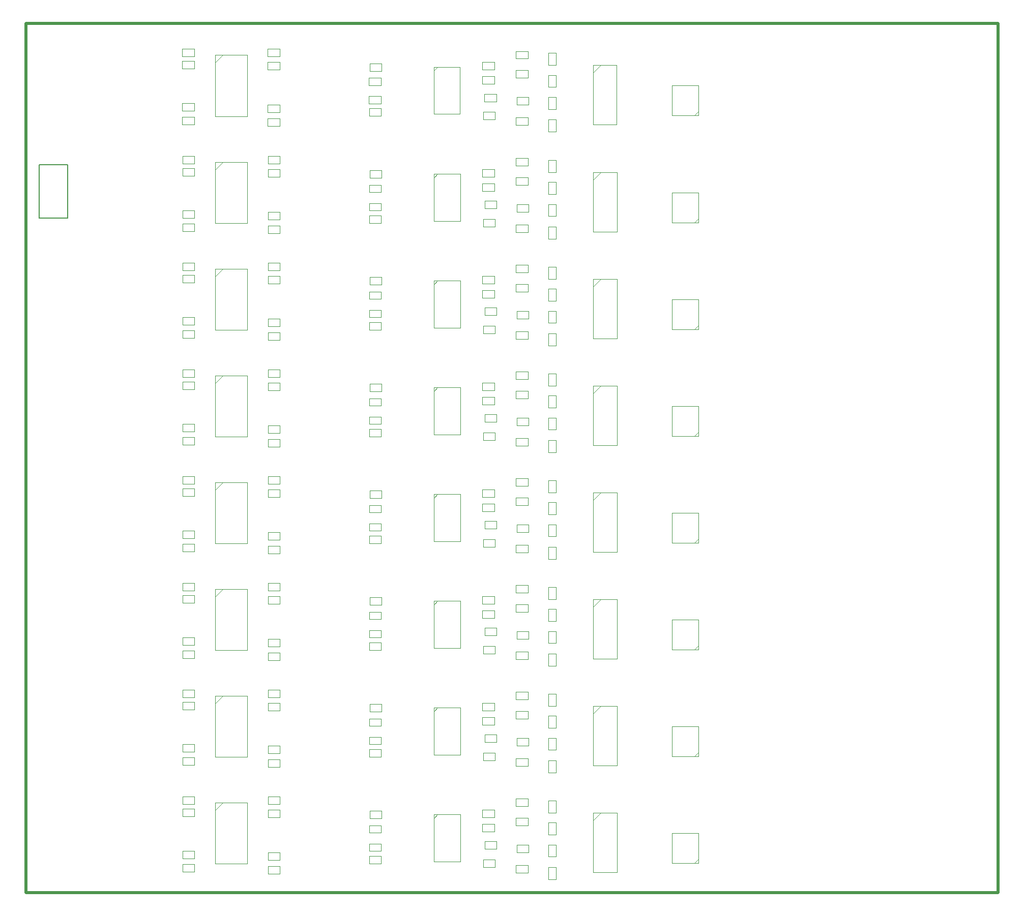
<source format=gbo>
G04*
G04 #@! TF.GenerationSoftware,Altium Limited,Altium Designer,19.0.10 (269)*
G04*
G04 Layer_Color=32896*
%FSLAX23Y23*%
%MOIN*%
G70*
G01*
G75*
%ADD10C,0.008*%
%ADD12C,0.010*%
%ADD13C,0.020*%
%ADD14C,0.004*%
D10*
X1086Y4424D02*
Y4774D01*
Y4424D02*
X1275D01*
Y4774D01*
X1086D02*
X1275D01*
D12*
X7360Y5700D02*
X7370Y5690D01*
D13*
X1000Y0D02*
Y5700D01*
X7370D01*
Y0D02*
Y5700D01*
X1000Y0D02*
X7370D01*
D14*
X4718Y475D02*
X4768Y525D01*
X4718Y135D02*
Y525D01*
Y135D02*
X4872D01*
Y525D01*
X4718D02*
X4872D01*
X5381Y195D02*
X5407Y220D01*
Y195D02*
Y391D01*
X5234D02*
X5407D01*
X5234Y195D02*
Y391D01*
Y195D02*
X5407D01*
X4425Y525D02*
X4475D01*
Y604D01*
X4425D02*
X4475D01*
X4425Y525D02*
Y604D01*
Y459D02*
X4475D01*
X4425Y380D02*
Y459D01*
Y380D02*
X4475D01*
Y459D01*
X4425Y88D02*
X4475D01*
Y167D01*
X4425D02*
X4475D01*
X4425Y88D02*
Y167D01*
Y315D02*
X4475D01*
X4425Y236D02*
Y315D01*
Y236D02*
X4475D01*
Y315D01*
X4718Y1225D02*
X4872D01*
Y835D02*
Y1225D01*
X4718Y835D02*
X4872D01*
X4718D02*
Y1225D01*
Y1175D02*
X4768Y1225D01*
X5381Y895D02*
X5407Y920D01*
Y895D02*
Y1091D01*
X5234D02*
X5407D01*
X5234Y895D02*
Y1091D01*
Y895D02*
X5407D01*
X4425Y1225D02*
X4475D01*
Y1304D01*
X4425D02*
X4475D01*
X4425Y1225D02*
Y1304D01*
Y1159D02*
X4475D01*
X4425Y1080D02*
Y1159D01*
Y1080D02*
X4475D01*
Y1159D01*
X4425Y788D02*
X4475D01*
Y867D01*
X4425D02*
X4475D01*
X4425Y788D02*
Y867D01*
Y1015D02*
X4475D01*
X4425Y936D02*
Y1015D01*
Y936D02*
X4475D01*
Y1015D01*
X4718Y1875D02*
X4768Y1925D01*
X4718Y1535D02*
Y1925D01*
Y1535D02*
X4872D01*
Y1925D01*
X4718D02*
X4872D01*
X5381Y1595D02*
X5407Y1620D01*
Y1595D02*
Y1791D01*
X5234D02*
X5407D01*
X5234Y1595D02*
Y1791D01*
Y1595D02*
X5407D01*
X4425Y1925D02*
X4475D01*
Y2004D01*
X4425D02*
X4475D01*
X4425Y1925D02*
Y2004D01*
Y1859D02*
X4475D01*
X4425Y1780D02*
Y1859D01*
Y1780D02*
X4475D01*
Y1859D01*
X4425Y1488D02*
X4475D01*
Y1567D01*
X4425D02*
X4475D01*
X4425Y1488D02*
Y1567D01*
Y1715D02*
X4475D01*
X4425Y1636D02*
Y1715D01*
Y1636D02*
X4475D01*
Y1715D01*
X4718Y2575D02*
X4768Y2625D01*
X4718Y2235D02*
Y2625D01*
Y2235D02*
X4872D01*
Y2625D01*
X4718D02*
X4872D01*
X5381Y2295D02*
X5407Y2320D01*
Y2295D02*
Y2491D01*
X5234D02*
X5407D01*
X5234Y2295D02*
Y2491D01*
Y2295D02*
X5407D01*
X4425Y2625D02*
X4475D01*
Y2704D01*
X4425D02*
X4475D01*
X4425Y2625D02*
Y2704D01*
Y2559D02*
X4475D01*
X4425Y2480D02*
Y2559D01*
Y2480D02*
X4475D01*
Y2559D01*
X4425Y2188D02*
X4475D01*
Y2267D01*
X4425D02*
X4475D01*
X4425Y2188D02*
Y2267D01*
Y2415D02*
X4475D01*
X4425Y2336D02*
Y2415D01*
Y2336D02*
X4475D01*
Y2415D01*
X4718Y3275D02*
X4768Y3325D01*
X4718Y2935D02*
Y3325D01*
Y2935D02*
X4872D01*
Y3325D01*
X4718D02*
X4872D01*
X5381Y2995D02*
X5407Y3020D01*
Y2995D02*
Y3191D01*
X5234D02*
X5407D01*
X5234Y2995D02*
Y3191D01*
Y2995D02*
X5407D01*
X4425Y3325D02*
X4475D01*
Y3404D01*
X4425D02*
X4475D01*
X4425Y3325D02*
Y3404D01*
Y3259D02*
X4475D01*
X4425Y3180D02*
Y3259D01*
Y3180D02*
X4475D01*
Y3259D01*
X4425Y2888D02*
X4475D01*
Y2967D01*
X4425D02*
X4475D01*
X4425Y2888D02*
Y2967D01*
Y3115D02*
X4475D01*
X4425Y3036D02*
Y3115D01*
Y3036D02*
X4475D01*
Y3115D01*
X4718Y3975D02*
X4768Y4025D01*
X4718Y3635D02*
Y4025D01*
Y3635D02*
X4872D01*
Y4025D01*
X4718D02*
X4872D01*
X5381Y3695D02*
X5407Y3720D01*
Y3695D02*
Y3891D01*
X5234D02*
X5407D01*
X5234Y3695D02*
Y3891D01*
Y3695D02*
X5407D01*
X4425Y4025D02*
X4475D01*
Y4104D01*
X4425D02*
X4475D01*
X4425Y4025D02*
Y4104D01*
Y3959D02*
X4475D01*
X4425Y3880D02*
Y3959D01*
Y3880D02*
X4475D01*
Y3959D01*
X4425Y3588D02*
X4475D01*
Y3667D01*
X4425D02*
X4475D01*
X4425Y3588D02*
Y3667D01*
Y3815D02*
X4475D01*
X4425Y3736D02*
Y3815D01*
Y3736D02*
X4475D01*
Y3815D01*
X4718Y4675D02*
X4768Y4725D01*
X4718Y4335D02*
Y4725D01*
Y4335D02*
X4872D01*
Y4725D01*
X4718D02*
X4872D01*
X5381Y4395D02*
X5407Y4420D01*
Y4395D02*
Y4591D01*
X5234D02*
X5407D01*
X5234Y4395D02*
Y4591D01*
Y4395D02*
X5407D01*
X4425Y4725D02*
X4475D01*
Y4804D01*
X4425D02*
X4475D01*
X4425Y4725D02*
Y4804D01*
Y4659D02*
X4475D01*
X4425Y4580D02*
Y4659D01*
Y4580D02*
X4475D01*
Y4659D01*
X4425Y4288D02*
X4475D01*
Y4367D01*
X4425D02*
X4475D01*
X4425Y4288D02*
Y4367D01*
Y4515D02*
X4475D01*
X4425Y4436D02*
Y4515D01*
Y4436D02*
X4475D01*
Y4515D01*
X5381Y5097D02*
X5407Y5122D01*
Y5097D02*
Y5293D01*
X5233D02*
X5407D01*
X5233Y5097D02*
Y5293D01*
Y5097D02*
X5407D01*
X4718Y5377D02*
X4768Y5427D01*
X4718Y5037D02*
Y5427D01*
Y5037D02*
X4871D01*
Y5427D01*
X4718D02*
X4871D01*
X4425Y4990D02*
X4474D01*
Y5069D01*
X4425D02*
X4474D01*
X4425Y4990D02*
Y5069D01*
Y5217D02*
X4474D01*
X4425Y5138D02*
Y5217D01*
Y5138D02*
X4474D01*
Y5217D01*
X4425Y5427D02*
X4474D01*
Y5506D01*
X4425D02*
X4474D01*
X4425Y5427D02*
Y5506D01*
Y5361D02*
X4474D01*
X4425Y5282D02*
Y5361D01*
Y5282D02*
X4474D01*
Y5361D01*
X2586Y3380D02*
Y3430D01*
Y3380D02*
X2664D01*
Y3430D01*
X2586D02*
X2664D01*
X2586Y825D02*
Y875D01*
Y825D02*
X2664D01*
Y875D01*
X2586D02*
X2664D01*
X2586Y1280D02*
Y1330D01*
Y1280D02*
X2664D01*
Y1330D01*
X2586D02*
X2664D01*
X2585Y5027D02*
Y5077D01*
Y5027D02*
X2664D01*
Y5077D01*
X2585D02*
X2664D01*
X2586Y2680D02*
Y2730D01*
Y2680D02*
X2664D01*
Y2730D01*
X2586D02*
X2664D01*
X2586Y2925D02*
Y2975D01*
Y2925D02*
X2664D01*
Y2975D01*
X2586D02*
X2664D01*
X2586Y2225D02*
Y2275D01*
Y2225D02*
X2664D01*
Y2275D01*
X2586D02*
X2664D01*
X2586Y4080D02*
Y4130D01*
Y4080D02*
X2664D01*
Y4130D01*
X2586D02*
X2664D01*
X2586Y125D02*
Y175D01*
Y125D02*
X2664D01*
Y175D01*
X2586D02*
X2664D01*
X2586Y4780D02*
Y4830D01*
Y4780D02*
X2664D01*
Y4830D01*
X2586D02*
X2664D01*
X2585Y5482D02*
Y5532D01*
Y5482D02*
X2664D01*
Y5532D01*
X2585D02*
X2664D01*
X2586Y4325D02*
Y4375D01*
Y4325D02*
X2664D01*
Y4375D01*
X2586D02*
X2664D01*
X2586Y1980D02*
Y2030D01*
Y1980D02*
X2664D01*
Y2030D01*
X2586D02*
X2664D01*
X2586Y3625D02*
Y3675D01*
Y3625D02*
X2664D01*
Y3675D01*
X2586D02*
X2664D01*
X2586Y580D02*
Y630D01*
Y580D02*
X2664D01*
Y630D01*
X2586D02*
X2664D01*
X2586Y1525D02*
Y1575D01*
Y1525D02*
X2664D01*
Y1575D01*
X2586D02*
X2664D01*
X4294Y5167D02*
Y5217D01*
X4216D02*
X4294D01*
X4216Y5167D02*
Y5217D01*
Y5167D02*
X4294D01*
X4295Y265D02*
Y315D01*
X4216D02*
X4295D01*
X4216Y265D02*
Y315D01*
Y265D02*
X4295D01*
X4289Y830D02*
Y880D01*
X4211D02*
X4289D01*
X4211Y830D02*
Y880D01*
Y830D02*
X4289D01*
X3249Y4441D02*
X3328D01*
Y4391D02*
Y4441D01*
X3249Y4391D02*
X3328D01*
X3249D02*
Y4441D01*
X4211Y1841D02*
Y1890D01*
Y1841D02*
X4289D01*
Y1890D01*
X4211D02*
X4289D01*
X3996Y4418D02*
X4075D01*
Y4368D02*
Y4418D01*
X3996Y4368D02*
X4075D01*
X3996D02*
Y4418D01*
X4289Y130D02*
Y180D01*
X4211D02*
X4289D01*
X4211Y130D02*
Y180D01*
Y130D02*
X4289D01*
X3996Y3718D02*
X4075D01*
Y3668D02*
Y3718D01*
X3996Y3668D02*
X4075D01*
X3996D02*
Y3718D01*
X4295Y965D02*
Y1015D01*
X4216D02*
X4295D01*
X4216Y965D02*
Y1015D01*
Y965D02*
X4295D01*
X3249Y3741D02*
X3328D01*
Y3691D02*
Y3741D01*
X3249Y3691D02*
X3328D01*
X3249D02*
Y3741D01*
X4211Y567D02*
Y616D01*
Y567D02*
X4289D01*
Y616D01*
X4211D02*
X4289D01*
X3249Y1641D02*
X3328D01*
Y1591D02*
Y1641D01*
X3249Y1591D02*
X3328D01*
X3249D02*
Y1641D01*
X4295Y3065D02*
Y3115D01*
X4216D02*
X4295D01*
X4216Y3065D02*
Y3115D01*
Y3065D02*
X4295D01*
Y3765D02*
Y3815D01*
X4216D02*
X4295D01*
X4216Y3765D02*
Y3815D01*
Y3765D02*
X4295D01*
X4289Y1530D02*
Y1580D01*
X4211D02*
X4289D01*
X4211Y1530D02*
Y1580D01*
Y1530D02*
X4289D01*
X4295Y4465D02*
Y4515D01*
X4216D02*
X4295D01*
X4216Y4465D02*
Y4515D01*
Y4465D02*
X4295D01*
X3249Y2341D02*
X3328D01*
Y2291D02*
Y2341D01*
X3249Y2291D02*
X3328D01*
X3249D02*
Y2341D01*
X4211Y4767D02*
Y4816D01*
Y4767D02*
X4289D01*
Y4816D01*
X4211D02*
X4289D01*
X3996Y5120D02*
X4074D01*
Y5070D02*
Y5120D01*
X3996Y5070D02*
X4074D01*
X3996D02*
Y5120D01*
X3996Y2318D02*
X4075D01*
Y2268D02*
Y2318D01*
X3996Y2268D02*
X4075D01*
X3996D02*
Y2318D01*
X4006Y3136D02*
X4084D01*
Y3086D02*
Y3136D01*
X4006Y3086D02*
X4084D01*
X4006D02*
Y3136D01*
X3249Y3041D02*
X3328D01*
Y2991D02*
Y3041D01*
X3249Y2991D02*
X3328D01*
X3249D02*
Y3041D01*
X4211Y1141D02*
Y1190D01*
Y1141D02*
X4289D01*
Y1190D01*
X4211D02*
X4289D01*
X4211Y2541D02*
Y2590D01*
Y2541D02*
X4289D01*
Y2590D01*
X4211D02*
X4289D01*
X3996Y3018D02*
X4075D01*
Y2968D02*
Y3018D01*
X3996Y2968D02*
X4075D01*
X3996D02*
Y3018D01*
X3249Y941D02*
X3328D01*
Y891D02*
Y941D01*
X3249Y891D02*
X3328D01*
X3249D02*
Y941D01*
X4295Y1665D02*
Y1715D01*
X4216D02*
X4295D01*
X4216Y1665D02*
Y1715D01*
Y1665D02*
X4295D01*
X4006Y2436D02*
X4084D01*
Y2386D02*
Y2436D01*
X4006Y2386D02*
X4084D01*
X4006D02*
Y2436D01*
X4211Y1967D02*
Y2016D01*
Y1967D02*
X4289D01*
Y2016D01*
X4211D02*
X4289D01*
X3249Y241D02*
X3328D01*
Y191D02*
Y241D01*
X3249Y191D02*
X3328D01*
X3249D02*
Y241D01*
X4211Y441D02*
Y490D01*
Y441D02*
X4289D01*
Y490D01*
X4211D02*
X4289D01*
X4210Y5469D02*
Y5518D01*
Y5469D02*
X4289D01*
Y5518D01*
X4210D02*
X4289D01*
X4211Y1267D02*
Y1316D01*
Y1267D02*
X4289D01*
Y1316D01*
X4211D02*
X4289D01*
X4005Y5238D02*
X4084D01*
Y5188D02*
Y5238D01*
X4005Y5188D02*
X4084D01*
X4005D02*
Y5238D01*
X3996Y1618D02*
X4075D01*
Y1568D02*
Y1618D01*
X3996Y1568D02*
X4075D01*
X3996D02*
Y1618D01*
X4289Y4330D02*
Y4380D01*
X4211D02*
X4289D01*
X4211Y4330D02*
Y4380D01*
Y4330D02*
X4289D01*
Y3630D02*
Y3680D01*
X4211D02*
X4289D01*
X4211Y3630D02*
Y3680D01*
Y3630D02*
X4289D01*
X3996Y918D02*
X4075D01*
Y868D02*
Y918D01*
X3996Y868D02*
X4075D01*
X3996D02*
Y918D01*
X4289Y2230D02*
Y2280D01*
X4211D02*
X4289D01*
X4211Y2230D02*
Y2280D01*
Y2230D02*
X4289D01*
X4295Y2365D02*
Y2415D01*
X4216D02*
X4295D01*
X4216Y2365D02*
Y2415D01*
Y2365D02*
X4295D01*
X4211Y4641D02*
Y4690D01*
Y4641D02*
X4289D01*
Y4690D01*
X4211D02*
X4289D01*
X4210Y5343D02*
Y5392D01*
Y5343D02*
X4289D01*
Y5392D01*
X4210D02*
X4289D01*
X4289Y2930D02*
Y2980D01*
X4211D02*
X4289D01*
X4211Y2930D02*
Y2980D01*
Y2930D02*
X4289D01*
X4289Y5032D02*
Y5082D01*
X4210D02*
X4289D01*
X4210Y5032D02*
Y5082D01*
Y5032D02*
X4289D01*
X4006Y3836D02*
X4084D01*
Y3786D02*
Y3836D01*
X4006Y3786D02*
X4084D01*
X4006D02*
Y3836D01*
Y1736D02*
X4084D01*
Y1686D02*
Y1736D01*
X4006Y1686D02*
X4084D01*
X4006D02*
Y1736D01*
X4211Y3367D02*
Y3416D01*
Y3367D02*
X4289D01*
Y3416D01*
X4211D02*
X4289D01*
X4211Y4067D02*
Y4116D01*
Y4067D02*
X4289D01*
Y4116D01*
X4211D02*
X4289D01*
X4211Y3241D02*
Y3290D01*
Y3241D02*
X4289D01*
Y3290D01*
X4211D02*
X4289D01*
X3249Y5143D02*
X3328D01*
Y5093D02*
Y5143D01*
X3249Y5093D02*
X3328D01*
X3249D02*
Y5143D01*
X4006Y4536D02*
X4084D01*
Y4486D02*
Y4536D01*
X4006Y4486D02*
X4084D01*
X4006D02*
Y4536D01*
X4211Y3941D02*
Y3990D01*
Y3941D02*
X4289D01*
Y3990D01*
X4211D02*
X4289D01*
X4006Y1036D02*
X4084D01*
Y986D02*
Y1036D01*
X4006Y986D02*
X4084D01*
X4006D02*
Y1036D01*
X4211Y2667D02*
Y2716D01*
Y2667D02*
X4289D01*
Y2716D01*
X4211D02*
X4289D01*
X3996Y218D02*
X4075D01*
Y168D02*
Y218D01*
X3996Y168D02*
X4075D01*
X3996D02*
Y218D01*
X2104Y4780D02*
Y4830D01*
X2026D02*
X2104D01*
X2026Y4780D02*
Y4830D01*
Y4780D02*
X2104D01*
X2241Y4741D02*
X2291Y4791D01*
X2241Y4389D02*
Y4791D01*
Y4389D02*
X2450D01*
Y4791D01*
X2241D02*
X2450D01*
X2026Y836D02*
Y886D01*
Y836D02*
X2104D01*
Y886D01*
X2026D02*
X2104D01*
X2026Y2236D02*
Y2286D01*
Y2236D02*
X2104D01*
Y2286D01*
X2026D02*
X2104D01*
X2241Y2641D02*
X2291Y2691D01*
X2241Y2289D02*
Y2691D01*
Y2289D02*
X2450D01*
Y2691D01*
X2241D02*
X2450D01*
X2241Y3341D02*
X2291Y3391D01*
X2241Y2989D02*
Y3391D01*
Y2989D02*
X2450D01*
Y3391D01*
X2241D02*
X2450D01*
X2104Y1280D02*
Y1330D01*
X2026D02*
X2104D01*
X2026Y1280D02*
Y1330D01*
Y1280D02*
X2104D01*
Y225D02*
Y275D01*
X2026D02*
X2104D01*
X2026Y225D02*
Y275D01*
Y225D02*
X2104D01*
X2664Y3995D02*
Y4045D01*
X2586D02*
X2664D01*
X2586Y3995D02*
Y4045D01*
Y3995D02*
X2664D01*
X2025Y5038D02*
Y5088D01*
Y5038D02*
X2104D01*
Y5088D01*
X2025D02*
X2104D01*
X2240Y5443D02*
X2290Y5493D01*
X2240Y5091D02*
Y5493D01*
Y5091D02*
X2449D01*
Y5493D01*
X2240D02*
X2449D01*
X2026Y1900D02*
Y1950D01*
Y1900D02*
X2104D01*
Y1950D01*
X2026D02*
X2104D01*
X2586Y1615D02*
Y1665D01*
Y1615D02*
X2664D01*
Y1665D01*
X2586D02*
X2664D01*
X2104Y2680D02*
Y2730D01*
X2026D02*
X2104D01*
X2026Y2680D02*
Y2730D01*
Y2680D02*
X2104D01*
X2026Y4000D02*
Y4050D01*
Y4000D02*
X2104D01*
Y4050D01*
X2026D02*
X2104D01*
X2241Y1941D02*
X2291Y1991D01*
X2241Y1589D02*
Y1991D01*
Y1589D02*
X2450D01*
Y1991D01*
X2241D02*
X2450D01*
X2104Y1980D02*
Y2030D01*
X2026D02*
X2104D01*
X2026Y1980D02*
Y2030D01*
Y1980D02*
X2104D01*
X2026Y4700D02*
Y4750D01*
Y4700D02*
X2104D01*
Y4750D01*
X2026D02*
X2104D01*
X2664Y495D02*
Y545D01*
X2586D02*
X2664D01*
X2586Y495D02*
Y545D01*
Y495D02*
X2664D01*
X2026Y3300D02*
Y3350D01*
Y3300D02*
X2104D01*
Y3350D01*
X2026D02*
X2104D01*
X2664Y2595D02*
Y2645D01*
X2586D02*
X2664D01*
X2586Y2595D02*
Y2645D01*
Y2595D02*
X2664D01*
X2586Y915D02*
Y965D01*
Y915D02*
X2664D01*
Y965D01*
X2586D02*
X2664D01*
X2104Y1625D02*
Y1675D01*
X2026D02*
X2104D01*
X2026Y1625D02*
Y1675D01*
Y1625D02*
X2104D01*
Y3725D02*
Y3775D01*
X2026D02*
X2104D01*
X2026Y3725D02*
Y3775D01*
Y3725D02*
X2104D01*
X2586Y215D02*
Y265D01*
Y215D02*
X2664D01*
Y265D01*
X2586D02*
X2664D01*
Y1895D02*
Y1945D01*
X2586D02*
X2664D01*
X2586Y1895D02*
Y1945D01*
Y1895D02*
X2664D01*
X2586Y4415D02*
Y4465D01*
Y4415D02*
X2664D01*
Y4465D01*
X2586D02*
X2664D01*
X2025Y5402D02*
Y5452D01*
Y5402D02*
X2104D01*
Y5452D01*
X2025D02*
X2104D01*
X2104Y2325D02*
Y2375D01*
X2026D02*
X2104D01*
X2026Y2325D02*
Y2375D01*
Y2325D02*
X2104D01*
X2104Y5127D02*
Y5177D01*
X2025D02*
X2104D01*
X2025Y5127D02*
Y5177D01*
Y5127D02*
X2104D01*
X2664Y3295D02*
Y3345D01*
X2586D02*
X2664D01*
X2586Y3295D02*
Y3345D01*
Y3295D02*
X2664D01*
Y1195D02*
Y1245D01*
X2586D02*
X2664D01*
X2586Y1195D02*
Y1245D01*
Y1195D02*
X2664D01*
Y4695D02*
Y4745D01*
X2586D02*
X2664D01*
X2586Y4695D02*
Y4745D01*
Y4695D02*
X2664D01*
X2026Y136D02*
Y186D01*
Y136D02*
X2104D01*
Y186D01*
X2026D02*
X2104D01*
X2585Y5117D02*
Y5167D01*
Y5117D02*
X2664D01*
Y5167D01*
X2585D02*
X2664D01*
X2104Y4425D02*
Y4475D01*
X2026D02*
X2104D01*
X2026Y4425D02*
Y4475D01*
Y4425D02*
X2104D01*
X2104Y5482D02*
Y5532D01*
X2025D02*
X2104D01*
X2025Y5482D02*
Y5532D01*
Y5482D02*
X2104D01*
X2026Y1536D02*
Y1586D01*
Y1536D02*
X2104D01*
Y1586D01*
X2026D02*
X2104D01*
Y925D02*
Y975D01*
X2026D02*
X2104D01*
X2026Y925D02*
Y975D01*
Y925D02*
X2104D01*
X2026Y4336D02*
Y4386D01*
Y4336D02*
X2104D01*
Y4386D01*
X2026D02*
X2104D01*
X2026Y2600D02*
Y2650D01*
Y2600D02*
X2104D01*
Y2650D01*
X2026D02*
X2104D01*
X2241Y541D02*
X2291Y591D01*
X2241Y189D02*
Y591D01*
Y189D02*
X2450D01*
Y591D01*
X2241D02*
X2450D01*
X2026Y2936D02*
Y2986D01*
Y2936D02*
X2104D01*
Y2986D01*
X2026D02*
X2104D01*
X2241Y4041D02*
X2291Y4091D01*
X2241Y3689D02*
Y4091D01*
Y3689D02*
X2450D01*
Y4091D01*
X2241D02*
X2450D01*
X2026Y3636D02*
Y3686D01*
Y3636D02*
X2104D01*
Y3686D01*
X2026D02*
X2104D01*
X2026Y1200D02*
Y1250D01*
Y1200D02*
X2104D01*
Y1250D01*
X2026D02*
X2104D01*
X2026Y500D02*
Y550D01*
Y500D02*
X2104D01*
Y550D01*
X2026D02*
X2104D01*
Y4080D02*
Y4130D01*
X2026D02*
X2104D01*
X2026Y4080D02*
Y4130D01*
Y4080D02*
X2104D01*
Y3380D02*
Y3430D01*
X2026D02*
X2104D01*
X2026Y3380D02*
Y3430D01*
Y3380D02*
X2104D01*
X2241Y1291D02*
X2450D01*
Y889D02*
Y1291D01*
X2241Y889D02*
X2450D01*
X2241D02*
Y1291D01*
Y1241D02*
X2291Y1291D01*
X2104Y3025D02*
Y3075D01*
X2026D02*
X2104D01*
X2026Y3025D02*
Y3075D01*
Y3025D02*
X2104D01*
X2586Y3715D02*
Y3765D01*
Y3715D02*
X2664D01*
Y3765D01*
X2586D02*
X2664D01*
X2664Y5397D02*
Y5447D01*
X2585D02*
X2664D01*
X2585Y5397D02*
Y5447D01*
Y5397D02*
X2664D01*
X2586Y3015D02*
Y3065D01*
Y3015D02*
X2664D01*
Y3065D01*
X2586D02*
X2664D01*
X2104Y580D02*
Y630D01*
X2026D02*
X2104D01*
X2026Y580D02*
Y630D01*
Y580D02*
X2104D01*
X2586Y2315D02*
Y2365D01*
Y2315D02*
X2664D01*
Y2365D01*
X2586D02*
X2664D01*
X4006Y336D02*
X4084D01*
Y286D02*
Y336D01*
X4006Y286D02*
X4084D01*
X4006D02*
Y336D01*
X3248Y5223D02*
X3327D01*
Y5174D02*
Y5223D01*
X3248Y5174D02*
X3327D01*
X3248D02*
Y5223D01*
X3249Y4521D02*
X3327D01*
Y4472D02*
Y4521D01*
X3249Y4472D02*
X3327D01*
X3249D02*
Y4521D01*
Y3821D02*
X3327D01*
Y3772D02*
Y3821D01*
X3249Y3772D02*
X3327D01*
X3249D02*
Y3821D01*
Y3121D02*
X3327D01*
Y3072D02*
Y3121D01*
X3249Y3072D02*
X3327D01*
X3249D02*
Y3121D01*
Y2421D02*
X3327D01*
Y2372D02*
Y2421D01*
X3249Y2372D02*
X3327D01*
X3249D02*
Y2421D01*
Y1721D02*
X3327D01*
Y1672D02*
Y1721D01*
X3249Y1672D02*
X3327D01*
X3249D02*
Y1721D01*
Y1021D02*
X3327D01*
Y972D02*
Y1021D01*
X3249Y972D02*
X3327D01*
X3249D02*
Y1021D01*
Y321D02*
X3327D01*
Y272D02*
Y321D01*
X3249Y272D02*
X3327D01*
X3249D02*
Y321D01*
X3990Y5352D02*
X4069D01*
Y5303D02*
Y5352D01*
X3990Y5303D02*
X4069D01*
X3990D02*
Y5352D01*
X3991Y4650D02*
X4069D01*
Y4601D02*
Y4650D01*
X3991Y4601D02*
X4069D01*
X3991D02*
Y4650D01*
Y3950D02*
X4069D01*
Y3901D02*
Y3950D01*
X3991Y3901D02*
X4069D01*
X3991D02*
Y3950D01*
Y3250D02*
X4069D01*
Y3201D02*
Y3250D01*
X3991Y3201D02*
X4069D01*
X3991D02*
Y3250D01*
Y2550D02*
X4069D01*
Y2501D02*
Y2550D01*
X3991Y2501D02*
X4069D01*
X3991D02*
Y2550D01*
Y1850D02*
X4069D01*
Y1801D02*
Y1850D01*
X3991Y1801D02*
X4069D01*
X3991D02*
Y1850D01*
Y1150D02*
X4069D01*
Y1101D02*
Y1150D01*
X3991Y1101D02*
X4069D01*
X3991D02*
Y1150D01*
Y450D02*
X4069D01*
Y401D02*
Y450D01*
X3991Y401D02*
X4069D01*
X3991D02*
Y450D01*
X3248Y5343D02*
X3327D01*
Y5294D02*
Y5343D01*
X3248Y5294D02*
X3327D01*
X3248D02*
Y5343D01*
X3249Y4641D02*
X3327D01*
Y4592D02*
Y4641D01*
X3249Y4592D02*
X3327D01*
X3249D02*
Y4641D01*
Y3941D02*
X3327D01*
Y3892D02*
Y3941D01*
X3249Y3892D02*
X3327D01*
X3249D02*
Y3941D01*
Y3241D02*
X3327D01*
Y3192D02*
Y3241D01*
X3249Y3192D02*
X3327D01*
X3249D02*
Y3241D01*
Y2541D02*
X3327D01*
Y2492D02*
Y2541D01*
X3249Y2492D02*
X3327D01*
X3249D02*
Y2541D01*
Y1841D02*
X3327D01*
Y1792D02*
Y1841D01*
X3249Y1792D02*
X3327D01*
X3249D02*
Y1841D01*
Y1141D02*
X3327D01*
Y1092D02*
Y1141D01*
X3249Y1092D02*
X3327D01*
X3249D02*
Y1141D01*
Y441D02*
X3327D01*
Y392D02*
Y441D01*
X3249Y392D02*
X3327D01*
X3249D02*
Y441D01*
X3990Y5447D02*
X4069D01*
Y5397D02*
Y5447D01*
X3990Y5397D02*
X4069D01*
X3990D02*
Y5447D01*
X3991Y4745D02*
X4069D01*
Y4695D02*
Y4745D01*
X3991Y4695D02*
X4069D01*
X3991D02*
Y4745D01*
Y4045D02*
X4069D01*
Y3995D02*
Y4045D01*
X3991Y3995D02*
X4069D01*
X3991D02*
Y4045D01*
Y3345D02*
X4069D01*
Y3295D02*
Y3345D01*
X3991Y3295D02*
X4069D01*
X3991D02*
Y3345D01*
Y2645D02*
X4069D01*
Y2595D02*
Y2645D01*
X3991Y2595D02*
X4069D01*
X3991D02*
Y2645D01*
Y1945D02*
X4069D01*
Y1895D02*
Y1945D01*
X3991Y1895D02*
X4069D01*
X3991D02*
Y1945D01*
Y1245D02*
X4069D01*
Y1195D02*
Y1245D01*
X3991Y1195D02*
X4069D01*
X3991D02*
Y1245D01*
Y545D02*
X4069D01*
Y495D02*
Y545D01*
X3991Y495D02*
X4069D01*
X3991D02*
Y545D01*
X3252Y5438D02*
X3330D01*
Y5388D02*
Y5438D01*
X3252Y5388D02*
X3330D01*
X3252D02*
Y5438D01*
X3252Y4736D02*
X3331D01*
Y4686D02*
Y4736D01*
X3252Y4686D02*
X3331D01*
X3252D02*
Y4736D01*
Y4036D02*
X3331D01*
Y3986D02*
Y4036D01*
X3252Y3986D02*
X3331D01*
X3252D02*
Y4036D01*
Y3336D02*
X3331D01*
Y3286D02*
Y3336D01*
X3252Y3286D02*
X3331D01*
X3252D02*
Y3336D01*
Y2636D02*
X3331D01*
Y2586D02*
Y2636D01*
X3252Y2586D02*
X3331D01*
X3252D02*
Y2636D01*
Y1936D02*
X3331D01*
Y1886D02*
Y1936D01*
X3252Y1886D02*
X3331D01*
X3252D02*
Y1936D01*
Y1236D02*
X3331D01*
Y1186D02*
Y1236D01*
X3252Y1186D02*
X3331D01*
X3252D02*
Y1236D01*
Y536D02*
X3331D01*
Y486D02*
Y536D01*
X3252Y486D02*
X3331D01*
X3252D02*
Y536D01*
X3672Y5414D02*
X3845D01*
Y5107D02*
Y5414D01*
X3672Y5107D02*
X3845D01*
X3672D02*
Y5414D01*
Y5389D02*
X3698Y5414D01*
X3673Y4712D02*
X3846D01*
Y4405D02*
Y4712D01*
X3673Y4405D02*
X3846D01*
X3673D02*
Y4712D01*
Y4687D02*
X3698Y4712D01*
X3673Y4012D02*
X3846D01*
Y3705D02*
Y4012D01*
X3673Y3705D02*
X3846D01*
X3673D02*
Y4012D01*
Y3987D02*
X3698Y4012D01*
X3673Y3312D02*
X3846D01*
Y3005D02*
Y3312D01*
X3673Y3005D02*
X3846D01*
X3673D02*
Y3312D01*
Y3287D02*
X3698Y3312D01*
X3673Y2587D02*
X3698Y2612D01*
X3673Y2305D02*
Y2612D01*
Y2305D02*
X3846D01*
Y2612D01*
X3673D02*
X3846D01*
X3673Y1912D02*
X3846D01*
Y1605D02*
Y1912D01*
X3673Y1605D02*
X3846D01*
X3673D02*
Y1912D01*
Y1887D02*
X3698Y1912D01*
X3673Y1212D02*
X3846D01*
Y905D02*
Y1212D01*
X3673Y905D02*
X3846D01*
X3673D02*
Y1212D01*
Y1187D02*
X3698Y1212D01*
X3673Y512D02*
X3846D01*
Y205D02*
Y512D01*
X3673Y205D02*
X3846D01*
X3673D02*
Y512D01*
Y487D02*
X3698Y512D01*
M02*

</source>
